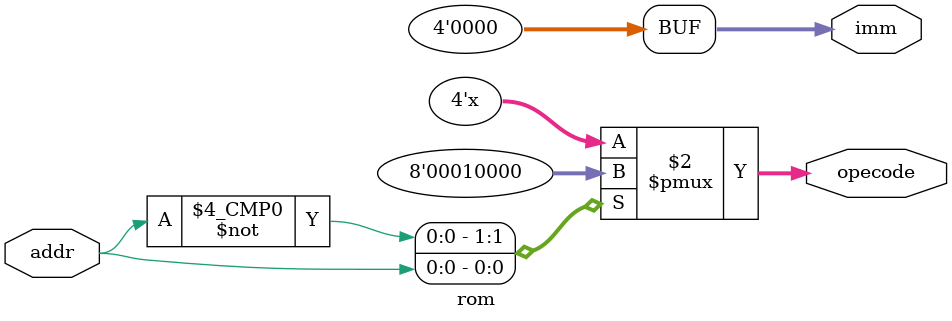
<source format=sv>
module rom(
  input  logic       addr,
  output logic [3:0] opecode,
  output logic [3:0] imm
);

always_comb begin
  imm = 0;
  case (addr)
    8'b0: opecode = 1; // NOT
    8'b1: opecode = 0; // NOP
  endcase
end

endmodule

</source>
